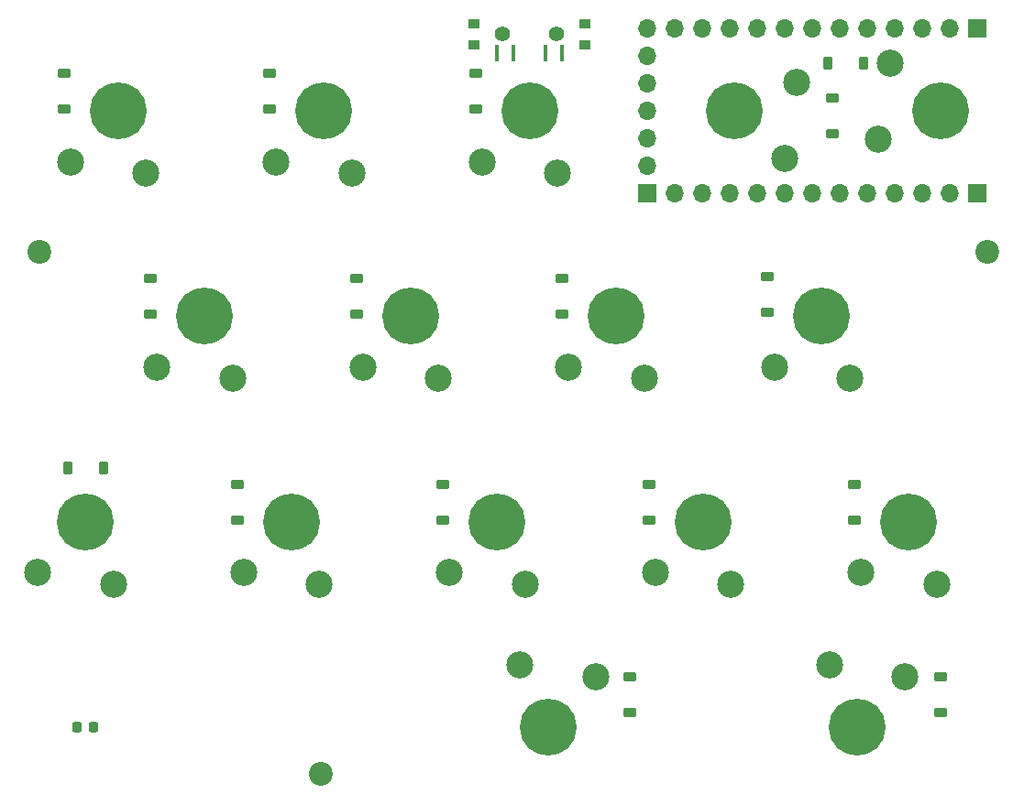
<source format=gbs>
%TF.GenerationSoftware,KiCad,Pcbnew,7.0.8*%
%TF.CreationDate,2023-11-29T19:23:37+01:00*%
%TF.ProjectId,Mathboard,4d617468-626f-4617-9264-2e6b69636164,rev?*%
%TF.SameCoordinates,Original*%
%TF.FileFunction,Soldermask,Bot*%
%TF.FilePolarity,Negative*%
%FSLAX46Y46*%
G04 Gerber Fmt 4.6, Leading zero omitted, Abs format (unit mm)*
G04 Created by KiCad (PCBNEW 7.0.8) date 2023-11-29 19:23:37*
%MOMM*%
%LPD*%
G01*
G04 APERTURE LIST*
G04 Aperture macros list*
%AMRoundRect*
0 Rectangle with rounded corners*
0 $1 Rounding radius*
0 $2 $3 $4 $5 $6 $7 $8 $9 X,Y pos of 4 corners*
0 Add a 4 corners polygon primitive as box body*
4,1,4,$2,$3,$4,$5,$6,$7,$8,$9,$2,$3,0*
0 Add four circle primitives for the rounded corners*
1,1,$1+$1,$2,$3*
1,1,$1+$1,$4,$5*
1,1,$1+$1,$6,$7*
1,1,$1+$1,$8,$9*
0 Add four rect primitives between the rounded corners*
20,1,$1+$1,$2,$3,$4,$5,0*
20,1,$1+$1,$4,$5,$6,$7,0*
20,1,$1+$1,$6,$7,$8,$9,0*
20,1,$1+$1,$8,$9,$2,$3,0*%
G04 Aperture macros list end*
%ADD10C,5.250000*%
%ADD11C,2.500000*%
%ADD12C,2.200000*%
%ADD13RoundRect,0.225000X0.225000X0.375000X-0.225000X0.375000X-0.225000X-0.375000X0.225000X-0.375000X0*%
%ADD14RoundRect,0.225000X0.375000X-0.225000X0.375000X0.225000X-0.375000X0.225000X-0.375000X-0.225000X0*%
%ADD15R,1.700000X1.700000*%
%ADD16O,1.700000X1.700000*%
%ADD17RoundRect,0.225000X-0.375000X0.225000X-0.375000X-0.225000X0.375000X-0.225000X0.375000X0.225000X0*%
%ADD18RoundRect,0.225000X-0.225000X-0.375000X0.225000X-0.375000X0.225000X0.375000X-0.225000X0.375000X0*%
%ADD19RoundRect,0.225000X0.225000X0.250000X-0.225000X0.250000X-0.225000X-0.250000X0.225000X-0.250000X0*%
%ADD20R,0.406400X1.499997*%
%ADD21R,0.990600X0.812800*%
%ADD22C,1.397000*%
G04 APERTURE END LIST*
D10*
%TO.C,SW5*%
X171300000Y-51000000D03*
D11*
X166600000Y-46600000D03*
X165550000Y-53600000D03*
%TD*%
D10*
%TO.C,SW11*%
X111300000Y-89000000D03*
D11*
X106900000Y-93700000D03*
X113900000Y-94750000D03*
%TD*%
D10*
%TO.C,SW13*%
X149300000Y-89000000D03*
D11*
X144900000Y-93700000D03*
X151900000Y-94750000D03*
%TD*%
D10*
%TO.C,SW2*%
X114300000Y-51000000D03*
D11*
X109900000Y-55700000D03*
X116900000Y-56750000D03*
%TD*%
D10*
%TO.C,SW15*%
X135000000Y-108000000D03*
D11*
X139400000Y-103300000D03*
X132400000Y-102250000D03*
%TD*%
D10*
%TO.C,SW10*%
X92300000Y-89000000D03*
D11*
X87900000Y-93700000D03*
X94900000Y-94750000D03*
%TD*%
D12*
%TO.C,H2*%
X88000000Y-64000000D03*
%TD*%
%TO.C,H1*%
X175600000Y-64000000D03*
%TD*%
D10*
%TO.C,SW3*%
X133300000Y-51000000D03*
D11*
X128900000Y-55700000D03*
X135900000Y-56750000D03*
%TD*%
D10*
%TO.C,SW4*%
X152208000Y-51000000D03*
D11*
X156908000Y-55400000D03*
X157958000Y-48400000D03*
%TD*%
D10*
%TO.C,SW9*%
X160300000Y-70000000D03*
D11*
X155900000Y-74700000D03*
X162900000Y-75750000D03*
%TD*%
D10*
%TO.C,SW14*%
X168300000Y-89000000D03*
D11*
X163900000Y-93700000D03*
X170900000Y-94750000D03*
%TD*%
D10*
%TO.C,SW7*%
X122300000Y-70000000D03*
D11*
X117900000Y-74700000D03*
X124900000Y-75750000D03*
%TD*%
D10*
%TO.C,SW12*%
X130300000Y-89000000D03*
D11*
X125900000Y-93700000D03*
X132900000Y-94750000D03*
%TD*%
D10*
%TO.C,SW8*%
X141300000Y-70000000D03*
D11*
X136900000Y-74700000D03*
X143900000Y-75750000D03*
%TD*%
D10*
%TO.C,SW1*%
X95300000Y-51000000D03*
D11*
X90900000Y-55700000D03*
X97900000Y-56750000D03*
%TD*%
D10*
%TO.C,SW16*%
X163600000Y-108000000D03*
D11*
X168000000Y-103300000D03*
X161000000Y-102250000D03*
%TD*%
D12*
%TO.C,H3*%
X114000000Y-112300000D03*
%TD*%
D10*
%TO.C,SW6*%
X103300000Y-70000000D03*
D11*
X98900000Y-74700000D03*
X105900000Y-75750000D03*
%TD*%
D13*
%TO.C,D10*%
X93950000Y-84000000D03*
X90650000Y-84000000D03*
%TD*%
D14*
%TO.C,D16*%
X171300000Y-106650000D03*
X171300000Y-103350000D03*
%TD*%
D15*
%TO.C,J1*%
X174680000Y-43360000D03*
D16*
X172140000Y-43360000D03*
X169600000Y-43360000D03*
X167060000Y-43360000D03*
X164520000Y-43360000D03*
X161980000Y-43360000D03*
X159440000Y-43360000D03*
X156900000Y-43360000D03*
X154360000Y-43360000D03*
X151820000Y-43360000D03*
X149280000Y-43360000D03*
X146740000Y-43360000D03*
%TD*%
D17*
%TO.C,D2*%
X109300000Y-47500000D03*
X109300000Y-50800000D03*
%TD*%
%TO.C,D7*%
X117300000Y-66500000D03*
X117300000Y-69800000D03*
%TD*%
%TO.C,D12*%
X125300000Y-85500000D03*
X125300000Y-88800000D03*
%TD*%
%TO.C,D1*%
X90300000Y-47500000D03*
X90300000Y-50800000D03*
%TD*%
D18*
%TO.C,D5*%
X160850000Y-46600000D03*
X164150000Y-46600000D03*
%TD*%
D15*
%TO.C,J2*%
X174680000Y-58600000D03*
D16*
X172140000Y-58600000D03*
X169600000Y-58600000D03*
X167060000Y-58600000D03*
X164520000Y-58600000D03*
X161980000Y-58600000D03*
X159440000Y-58600000D03*
X156900000Y-58600000D03*
X154360000Y-58600000D03*
X151820000Y-58600000D03*
X149280000Y-58600000D03*
X146740000Y-58600000D03*
%TD*%
D17*
%TO.C,D9*%
X155300000Y-66350000D03*
X155300000Y-69650000D03*
%TD*%
%TO.C,D3*%
X128300000Y-47500000D03*
X128300000Y-50800000D03*
%TD*%
%TO.C,D11*%
X106300000Y-85500000D03*
X106300000Y-88800000D03*
%TD*%
D19*
%TO.C,C1*%
X93075000Y-108000000D03*
X91525000Y-108000000D03*
%TD*%
D17*
%TO.C,D8*%
X136300000Y-66500000D03*
X136300000Y-69800000D03*
%TD*%
D15*
%TO.C,J4*%
X144200000Y-58600000D03*
D16*
X144200000Y-56060000D03*
X144200000Y-53520000D03*
X144200000Y-50980000D03*
X144200000Y-48440000D03*
X144200000Y-45900000D03*
X144200000Y-43360000D03*
%TD*%
D14*
%TO.C,D15*%
X142550000Y-106650000D03*
X142550000Y-103350000D03*
%TD*%
D17*
%TO.C,D13*%
X144300000Y-85500000D03*
X144300000Y-88800000D03*
%TD*%
%TO.C,D6*%
X98300000Y-66500000D03*
X98300000Y-69800000D03*
%TD*%
%TO.C,D4*%
X161300000Y-49850000D03*
X161300000Y-53150000D03*
%TD*%
%TO.C,D14*%
X163300000Y-85500000D03*
X163300000Y-88800000D03*
%TD*%
D20*
%TO.C,SW17*%
X130299999Y-45648000D03*
X131799999Y-45648000D03*
X134800001Y-45648000D03*
X136300000Y-45648000D03*
D21*
X128150000Y-44869500D03*
X128150000Y-42926500D03*
D22*
X130799999Y-43897500D03*
X135800000Y-43897500D03*
D21*
X138450000Y-44869500D03*
X138450000Y-42926500D03*
%TD*%
M02*

</source>
